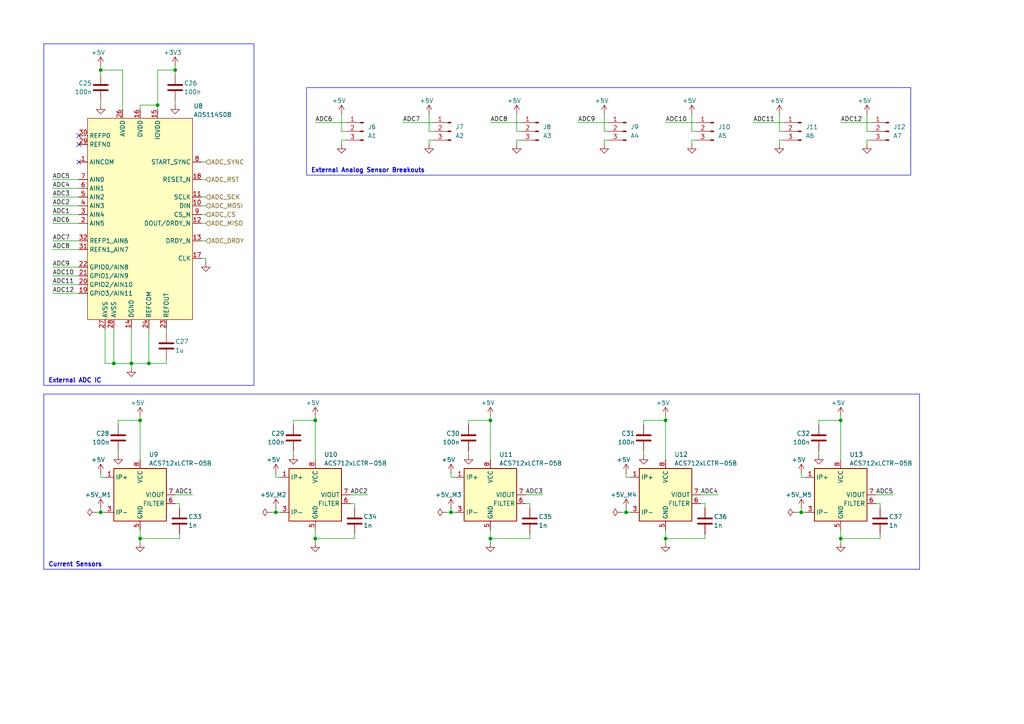
<source format=kicad_sch>
(kicad_sch (version 20231120) (generator "eeschema") (generator_version "8.0")
  (paper "A4")
  (title_block (title "Robotic Hand PCB") (rev "0.1.0") (company "Daniel Jeon"))
  (lib_symbols
    (symbol "Connector:Conn_01x03_Pin" (pin_names (offset 1.016) hide)
      (property "Reference" "J" (at 0 5.08 0))
      (property "Value" "Conn_01x03_Pin" (at 0 -5.08 0))
      (symbol "Conn_01x03_Pin_1_1"
        (polyline (pts (xy 1.27 -2.54) (xy 0.8636 -2.54)) (stroke (width 0.1524)))
        (polyline (pts (xy 1.27 0) (xy 0.8636 0)) (stroke (width 0.1524)))
        (polyline (pts (xy 1.27 2.54) (xy 0.8636 2.54)) (stroke (width 0.1524)))
        (rectangle (start 0.8636 -2.413) (end 0 -2.667) (stroke (width 0.1524)) (fill (type outline)))
        (rectangle (start 0.8636 0.127) (end 0 -0.127) (stroke (width 0.1524)) (fill (type outline)))
        (rectangle (start 0.8636 2.667) (end 0 2.413) (stroke (width 0.1524)) (fill (type outline)))
        (pin passive line (at 5.08 2.54 180) (length 3.81) (name "Pin_1") (number "1"))
        (pin passive line (at 5.08 0 180) (length 3.81) (name "Pin_2") (number "2"))
        (pin passive line (at 5.08 -2.54 180) (length 3.81) (name "Pin_3") (number "3"))
      )
    )
    (symbol "Device:C" (pin_numbers hide) (pin_names (offset 0.254))
      (property "Reference" "C" (at 0.635 2.54 0))
      (property "Value" "C" (at 0.635 -2.54 0))
      (symbol "C_0_1"
        (polyline (pts (xy -2.032 -0.762) (xy 2.032 -0.762)) (stroke (width 0.508)))
        (polyline (pts (xy -2.032 0.762) (xy 2.032 0.762)) (stroke (width 0.508)))
      )
      (symbol "C_1_1"
        (pin passive line (at 0 3.81 270) (length 2.794) (name "~") (number "1"))
        (pin passive line (at 0 -3.81 90) (length 2.794) (name "~") (number "2"))
      )
    )
    (symbol "Sensor_Current:ACS712xLCTR-05B"
      (property "Reference" "U" (at 2.54 11.43 0))
      (property "Value" "ACS712xLCTR-05B" (at 2.54 8.89 0))
      (symbol "ACS712xLCTR-05B_0_1"
        (rectangle (start -7.62 7.62) (end 7.62 -7.62) (stroke (width 0.254)) (fill (type background)))
      )
      (symbol "ACS712xLCTR-05B_1_1"
        (pin passive line (at -10.16 5.08 0) (length 2.54) (name "IP+") (number "1"))
        (pin passive line (at -10.16 5.08 0) (length 2.54) hide (name "IP+") (number "2"))
        (pin passive line (at -10.16 -5.08 0) (length 2.54) (name "IP-") (number "3"))
        (pin passive line (at -10.16 -5.08 0) (length 2.54) hide (name "IP-") (number "4"))
        (pin power_in line (at 0 -10.16 90) (length 2.54) (name "GND") (number "5"))
        (pin passive line (at 10.16 -2.54 180) (length 2.54) (name "FILTER") (number "6"))
        (pin output line (at 10.16 0 180) (length 2.54) (name "VIOUT") (number "7"))
        (pin power_in line (at 0 10.16 270) (length 2.54) (name "VCC") (number "8"))
      )
    )
    (symbol "adc:ads114s08"
      (property "Reference" "U" (at 10.16 33.02 0))
      (property "Value" "ADS114S08" (at 10.16 30.48 0))
      (symbol "ads114s08_0_1"
        (pin input line (at -17.78 16.51 0) (length 2.54) (name "AINCOM") (number "1"))
        (pin input line (at 17.78 3.81 180) (length 2.54) (name "DIN") (number "10"))
        (pin input line (at 17.78 6.35 180) (length 2.54) (name "SCLK") (number "11"))
        (pin output line (at 17.78 -6.35 180) (length 2.54) (name "DRDY_N") (number "13"))
        (pin power_in line (at -2.54 -31.75 90) (length 2.54) (name "DGND") (number "14"))
        (pin power_in line (at 5.08 31.75 270) (length 2.54) (name "IOVDD") (number "15"))
        (pin power_in line (at 0 31.75 270) (length 2.54) (name "DVDD") (number "16"))
        (pin input line (at 17.78 -11.43 180) (length 2.54) (name "CLK") (number "17"))
        (pin input line (at 17.78 11.43 180) (length 2.54) (name "RESET_N") (number "18"))
        (pin input line (at -17.78 -1.27 0) (length 2.54) (name "AIN5") (number "2"))
        (pin power_in line (at 2.54 -31.75 90) (length 2.54) (name "REFCOM") (number "24"))
        (pin power_in line (at -5.08 31.75 270) (length 2.54) (name "AVDD") (number "26"))
        (pin power_in line (at -10.16 -31.75 90) (length 2.54) (name "AVSS") (number "27"))
        (pin power_in line (at -7.62 -31.75 90) (length 2.54) (name "AVSS") (number "28"))
        (pin input line (at -17.78 21.59 0) (length 2.54) (name "REFN0") (number "29"))
        (pin input line (at -17.78 1.27 0) (length 2.54) (name "AIN4") (number "3"))
        (pin input line (at -17.78 24.13 0) (length 2.54) (name "REFP0") (number "30"))
        (pin input line (at -17.78 -8.89 0) (length 2.54) (name "REFN1_AIN7") (number "31"))
        (pin input line (at -17.78 -6.35 0) (length 2.54) (name "REFP1_AIN6") (number "32"))
        (pin input line (at -17.78 3.81 0) (length 2.54) (name "AIN3") (number "4"))
        (pin input line (at -17.78 6.35 0) (length 2.54) (name "AIN2") (number "5"))
        (pin input line (at -17.78 8.89 0) (length 2.54) (name "AIN1") (number "6"))
        (pin input line (at -17.78 11.43 0) (length 2.54) (name "AIN0") (number "7"))
        (pin input line (at 17.78 16.51 180) (length 2.54) (name "START_SYNC") (number "8"))
        (pin input line (at 17.78 1.27 180) (length 2.54) (name "CS_N") (number "9"))
      )
      (symbol "ads114s08_1_1"
        (rectangle (start -15.24 29.21) (end 15.24 -29.21) (fill (type background)))
        (pin output line (at 17.78 -1.27 180) (length 2.54) (name "DOUT/DRDY_N") (number "12"))
        (pin bidirectional line (at -17.78 -21.59 0) (length 2.54) (name "GPIO3/AIN11") (number "19"))
        (pin bidirectional line (at -17.78 -19.05 0) (length 2.54) (name "GPIO2/AIN10") (number "20"))
        (pin bidirectional line (at -17.78 -16.51 0) (length 2.54) (name "GPIO1/AIN9") (number "21"))
        (pin bidirectional line (at -17.78 -13.97 0) (length 2.54) (name "GPIO0/AIN8") (number "22"))
        (pin passive line (at 7.62 -31.75 90) (length 2.54) (name "REFOUT") (number "23"))
        (pin no_connect line (at 10.16 -31.75 90) (length 2.54) hide (name "NC") (number "25"))
      )
    )
    (symbol "power:+3V3" (power) (pin_numbers hide) (pin_names (offset 0) hide)
      (property "Value" "+3V3" (at 0 3.556 0))
      (symbol "+3V3_0_1"
        (polyline (pts (xy -0.762 1.27) (xy 0 2.54)))
        (polyline (pts (xy 0 0) (xy 0 2.54)))
        (polyline (pts (xy 0 2.54) (xy 0.762 1.27)))
      )
      (symbol "+3V3_1_1"
        (pin power_in line (at 0 0 90) (length 0) (name "~") (number "1"))
      )
    )
    (symbol "power:GND" (power) (pin_numbers hide) (pin_names (offset 0) hide)
      (property "Value" "GND" (at 0 -3.81 0))
      (symbol "GND_0_1"
        (polyline (pts (xy 0 0) (xy 0 -1.27) (xy 1.27 -1.27) (xy 0 -2.54) (xy -1.27 -1.27) (xy 0 -1.27)))
      )
      (symbol "GND_1_1"
        (pin power_in line (at 0 0 270) (length 0) (name "~") (number "1"))
      )
    )
    (symbol "power:PWR_FLAG" (power) (pin_numbers hide) (pin_names (offset 0) hide)
      (property "Value" "PWR_FLAG" (at 0 3.81 0))
      (symbol "PWR_FLAG_0_0"
        (pin power_out line (at 0 0 90) (length 0) (name "~") (number "1"))
      )
      (symbol "PWR_FLAG_0_1"
        (polyline (pts (xy 0 0) (xy 0 1.27) (xy -1.016 1.905) (xy 0 2.54) (xy 1.016 1.905) (xy 0 1.27)))
      )
    )
  )
  (junction (at 193.04 156.21))
  (junction (at 130.81 148.59))
  (junction (at 38.1 105.41))
  (junction (at 29.21 148.59))
  (junction (at 243.84 121.92))
  (junction (at 29.21 20.32))
  (junction (at 193.04 121.92))
  (junction (at 40.64 156.21))
  (junction (at 232.41 148.59))
  (junction (at 243.84 156.21))
  (junction (at 43.18 105.41))
  (junction (at 91.44 156.21))
  (junction (at 33.02 105.41))
  (junction (at 142.24 156.21))
  (junction (at 45.72 30.48))
  (junction (at 50.8 20.32))
  (junction (at 142.24 121.92))
  (junction (at 40.64 121.92))
  (junction (at 181.61 148.59))
  (junction (at 91.44 121.92))
  (junction (at 80.01 148.59))
  (no_connect (at 22.86 39.37))
  (no_connect (at 22.86 41.91))
  (no_connect (at 22.86 46.99))
  (wire (pts (xy 29.21 30.48) (xy 29.21 29.21)))
  (wire (pts (xy 157.48 143.51) (xy 152.4 143.51)))
  (wire (pts (xy 50.8 20.32) (xy 45.72 20.32)))
  (wire (pts (xy 30.48 95.25) (xy 30.48 105.41)))
  (wire (pts (xy 124.46 41.91) (xy 124.46 40.64)))
  (wire (pts (xy 91.44 157.48) (xy 91.44 156.21)))
  (wire (pts (xy 40.64 156.21) (xy 52.07 156.21)))
  (wire (pts (xy 232.41 138.43) (xy 233.68 138.43)))
  (wire (pts (xy 81.28 148.59) (xy 80.01 148.59)))
  (wire (pts (xy 218.44 35.56) (xy 227.33 35.56)))
  (wire (pts (xy 33.02 95.25) (xy 33.02 105.41)))
  (wire (pts (xy 15.24 72.39) (xy 22.86 72.39)))
  (wire (pts (xy 193.04 35.56) (xy 201.93 35.56)))
  (wire (pts (xy 45.72 30.48) (xy 45.72 31.75)))
  (wire (pts (xy 142.24 156.21) (xy 142.24 153.67)))
  (wire (pts (xy 142.24 121.92) (xy 142.24 133.35)))
  (wire (pts (xy 29.21 137.16) (xy 29.21 138.43)))
  (wire (pts (xy 34.29 132.08) (xy 34.29 130.81)))
  (wire (pts (xy 181.61 137.16) (xy 181.61 138.43)))
  (wire (pts (xy 142.24 35.56) (xy 151.13 35.56)))
  (wire (pts (xy 124.46 40.64) (xy 125.73 40.64)))
  (wire (pts (xy 59.69 62.23) (xy 58.42 62.23)))
  (wire (pts (xy 124.46 33.02) (xy 124.46 38.1)))
  (wire (pts (xy 35.56 20.32) (xy 35.56 31.75)))
  (wire (pts (xy 186.69 123.19) (xy 186.69 121.92)))
  (wire (pts (xy 226.06 38.1) (xy 227.33 38.1)))
  (wire (pts (xy 208.28 143.51) (xy 203.2 143.51)))
  (wire (pts (xy 59.69 46.99) (xy 58.42 46.99)))
  (wire (pts (xy 243.84 120.65) (xy 243.84 121.92)))
  (wire (pts (xy 181.61 148.59) (xy 181.61 147.32)))
  (wire (pts (xy 91.44 35.56) (xy 100.33 35.56)))
  (wire (pts (xy 149.86 33.02) (xy 149.86 38.1)))
  (wire (pts (xy 186.69 121.92) (xy 193.04 121.92)))
  (wire (pts (xy 29.21 148.59) (xy 30.48 148.59)))
  (wire (pts (xy 243.84 157.48) (xy 243.84 156.21)))
  (wire (pts (xy 15.24 85.09) (xy 22.86 85.09)))
  (wire (pts (xy 149.86 38.1) (xy 151.13 38.1)))
  (wire (pts (xy 149.86 41.91) (xy 149.86 40.64)))
  (wire (pts (xy 204.47 146.05) (xy 204.47 147.32)))
  (wire (pts (xy 29.21 148.59) (xy 29.21 147.32)))
  (wire (pts (xy 243.84 156.21) (xy 255.27 156.21)))
  (wire (pts (xy 175.26 40.64) (xy 176.53 40.64)))
  (wire (pts (xy 231.14 148.59) (xy 232.41 148.59)))
  (wire (pts (xy 48.26 95.25) (xy 48.26 96.52)))
  (wire (pts (xy 15.24 62.23) (xy 22.86 62.23)))
  (wire (pts (xy 99.06 41.91) (xy 99.06 40.64)))
  (wire (pts (xy 33.02 105.41) (xy 38.1 105.41)))
  (wire (pts (xy 43.18 105.41) (xy 48.26 105.41)))
  (wire (pts (xy 152.4 146.05) (xy 153.67 146.05)))
  (wire (pts (xy 232.41 148.59) (xy 232.41 147.32)))
  (wire (pts (xy 91.44 121.92) (xy 91.44 133.35)))
  (wire (pts (xy 232.41 137.16) (xy 232.41 138.43)))
  (wire (pts (xy 50.8 19.05) (xy 50.8 20.32)))
  (wire (pts (xy 193.04 121.92) (xy 193.04 133.35)))
  (wire (pts (xy 99.06 40.64) (xy 100.33 40.64)))
  (wire (pts (xy 59.69 52.07) (xy 58.42 52.07)))
  (wire (pts (xy 15.24 69.85) (xy 22.86 69.85)))
  (wire (pts (xy 29.21 138.43) (xy 30.48 138.43)))
  (wire (pts (xy 50.8 20.32) (xy 50.8 21.59)))
  (wire (pts (xy 40.64 120.65) (xy 40.64 121.92)))
  (wire (pts (xy 40.64 157.48) (xy 40.64 156.21)))
  (wire (pts (xy 59.69 69.85) (xy 58.42 69.85)))
  (wire (pts (xy 181.61 138.43) (xy 182.88 138.43)))
  (wire (pts (xy 38.1 105.41) (xy 38.1 106.68)))
  (wire (pts (xy 59.69 64.77) (xy 58.42 64.77)))
  (wire (pts (xy 15.24 59.69) (xy 22.86 59.69)))
  (wire (pts (xy 200.66 33.02) (xy 200.66 38.1)))
  (wire (pts (xy 259.08 143.51) (xy 254 143.51)))
  (wire (pts (xy 40.64 30.48) (xy 45.72 30.48)))
  (wire (pts (xy 129.54 148.59) (xy 130.81 148.59)))
  (wire (pts (xy 130.81 148.59) (xy 130.81 147.32)))
  (wire (pts (xy 34.29 121.92) (xy 40.64 121.92)))
  (wire (pts (xy 135.89 121.92) (xy 142.24 121.92)))
  (wire (pts (xy 15.24 82.55) (xy 22.86 82.55)))
  (wire (pts (xy 101.6 146.05) (xy 102.87 146.05)))
  (wire (pts (xy 50.8 146.05) (xy 52.07 146.05)))
  (wire (pts (xy 204.47 154.94) (xy 204.47 156.21)))
  (wire (pts (xy 40.64 30.48) (xy 40.64 31.75)))
  (wire (pts (xy 50.8 30.48) (xy 50.8 29.21)))
  (wire (pts (xy 175.26 41.91) (xy 175.26 40.64)))
  (wire (pts (xy 237.49 132.08) (xy 237.49 130.81)))
  (wire (pts (xy 91.44 156.21) (xy 102.87 156.21)))
  (wire (pts (xy 80.01 138.43) (xy 81.28 138.43)))
  (wire (pts (xy 78.74 148.59) (xy 80.01 148.59)))
  (wire (pts (xy 142.24 157.48) (xy 142.24 156.21)))
  (wire (pts (xy 45.72 20.32) (xy 45.72 30.48)))
  (wire (pts (xy 251.46 33.02) (xy 251.46 38.1)))
  (wire (pts (xy 35.56 20.32) (xy 29.21 20.32)))
  (wire (pts (xy 59.69 74.93) (xy 59.69 76.2)))
  (wire (pts (xy 52.07 154.94) (xy 52.07 156.21)))
  (wire (pts (xy 80.01 148.59) (xy 80.01 147.32)))
  (wire (pts (xy 130.81 138.43) (xy 132.08 138.43)))
  (wire (pts (xy 142.24 156.21) (xy 153.67 156.21)))
  (wire (pts (xy 55.88 143.51) (xy 50.8 143.51)))
  (wire (pts (xy 254 146.05) (xy 255.27 146.05)))
  (wire (pts (xy 91.44 156.21) (xy 91.44 153.67)))
  (wire (pts (xy 29.21 19.05) (xy 29.21 20.32)))
  (wire (pts (xy 15.24 77.47) (xy 22.86 77.47)))
  (wire (pts (xy 102.87 146.05) (xy 102.87 147.32)))
  (wire (pts (xy 226.06 33.02) (xy 226.06 38.1)))
  (wire (pts (xy 124.46 38.1) (xy 125.73 38.1)))
  (wire (pts (xy 251.46 41.91) (xy 251.46 40.64)))
  (wire (pts (xy 193.04 120.65) (xy 193.04 121.92)))
  (wire (pts (xy 142.24 120.65) (xy 142.24 121.92)))
  (wire (pts (xy 40.64 121.92) (xy 40.64 133.35)))
  (wire (pts (xy 106.68 143.51) (xy 101.6 143.51)))
  (wire (pts (xy 34.29 123.19) (xy 34.29 121.92)))
  (wire (pts (xy 153.67 146.05) (xy 153.67 147.32)))
  (wire (pts (xy 167.64 35.56) (xy 176.53 35.56)))
  (wire (pts (xy 40.64 156.21) (xy 40.64 153.67)))
  (wire (pts (xy 243.84 121.92) (xy 243.84 133.35)))
  (wire (pts (xy 255.27 154.94) (xy 255.27 156.21)))
  (wire (pts (xy 251.46 40.64) (xy 252.73 40.64)))
  (wire (pts (xy 193.04 156.21) (xy 193.04 153.67)))
  (wire (pts (xy 43.18 95.25) (xy 43.18 105.41)))
  (wire (pts (xy 180.34 148.59) (xy 181.61 148.59)))
  (wire (pts (xy 132.08 148.59) (xy 130.81 148.59)))
  (wire (pts (xy 203.2 146.05) (xy 204.47 146.05)))
  (wire (pts (xy 48.26 105.41) (xy 48.26 104.14)))
  (wire (pts (xy 232.41 148.59) (xy 233.68 148.59)))
  (wire (pts (xy 30.48 105.41) (xy 33.02 105.41)))
  (wire (pts (xy 243.84 156.21) (xy 243.84 153.67)))
  (wire (pts (xy 226.06 40.64) (xy 227.33 40.64)))
  (wire (pts (xy 135.89 123.19) (xy 135.89 121.92)))
  (wire (pts (xy 193.04 156.21) (xy 204.47 156.21)))
  (wire (pts (xy 59.69 59.69) (xy 58.42 59.69)))
  (wire (pts (xy 251.46 38.1) (xy 252.73 38.1)))
  (wire (pts (xy 27.94 148.59) (xy 29.21 148.59)))
  (wire (pts (xy 226.06 41.91) (xy 226.06 40.64)))
  (wire (pts (xy 116.84 35.56) (xy 125.73 35.56)))
  (wire (pts (xy 255.27 146.05) (xy 255.27 147.32)))
  (wire (pts (xy 15.24 64.77) (xy 22.86 64.77)))
  (wire (pts (xy 243.84 35.56) (xy 252.73 35.56)))
  (wire (pts (xy 135.89 132.08) (xy 135.89 130.81)))
  (wire (pts (xy 200.66 38.1) (xy 201.93 38.1)))
  (wire (pts (xy 59.69 74.93) (xy 58.42 74.93)))
  (wire (pts (xy 15.24 54.61) (xy 22.86 54.61)))
  (wire (pts (xy 80.01 137.16) (xy 80.01 138.43)))
  (wire (pts (xy 38.1 105.41) (xy 43.18 105.41)))
  (wire (pts (xy 59.69 57.15) (xy 58.42 57.15)))
  (wire (pts (xy 38.1 95.25) (xy 38.1 105.41)))
  (wire (pts (xy 99.06 33.02) (xy 99.06 38.1)))
  (wire (pts (xy 181.61 148.59) (xy 182.88 148.59)))
  (wire (pts (xy 85.09 121.92) (xy 91.44 121.92)))
  (wire (pts (xy 52.07 146.05) (xy 52.07 147.32)))
  (wire (pts (xy 29.21 20.32) (xy 29.21 21.59)))
  (wire (pts (xy 237.49 123.19) (xy 237.49 121.92)))
  (wire (pts (xy 85.09 132.08) (xy 85.09 130.81)))
  (wire (pts (xy 102.87 154.94) (xy 102.87 156.21)))
  (wire (pts (xy 200.66 41.91) (xy 200.66 40.64)))
  (wire (pts (xy 175.26 38.1) (xy 176.53 38.1)))
  (wire (pts (xy 200.66 40.64) (xy 201.93 40.64)))
  (wire (pts (xy 186.69 132.08) (xy 186.69 130.81)))
  (wire (pts (xy 175.26 33.02) (xy 175.26 38.1)))
  (wire (pts (xy 149.86 40.64) (xy 151.13 40.64)))
  (wire (pts (xy 15.24 80.01) (xy 22.86 80.01)))
  (wire (pts (xy 237.49 121.92) (xy 243.84 121.92)))
  (wire (pts (xy 99.06 38.1) (xy 100.33 38.1)))
  (wire (pts (xy 130.81 137.16) (xy 130.81 138.43)))
  (wire (pts (xy 15.24 52.07) (xy 22.86 52.07)))
  (wire (pts (xy 85.09 123.19) (xy 85.09 121.92)))
  (wire (pts (xy 193.04 157.48) (xy 193.04 156.21)))
  (wire (pts (xy 15.24 57.15) (xy 22.86 57.15)))
  (wire (pts (xy 153.67 154.94) (xy 153.67 156.21)))
  (wire (pts (xy 91.44 120.65) (xy 91.44 121.92)))
  (rectangle (start 12.7 12.7) (end 73.66 111.76))
  (rectangle (start 12.7 114.3) (end 266.7 165.1))
  (rectangle (start 88.9 25.4) (end 264.16 50.8))
  (text "External Analog Sensor Breakouts" (at 90.17 48.768 0) (effects (font (size 1.27 1.27) (bold yes)) (justify left top)))
  (text "Current Sensors" (at 13.97 163.068 0) (effects (font (size 1.27 1.27) (bold yes)) (justify left top)))
  (text "External ADC IC" (at 13.97 109.728 0) (effects (font (size 1.27 1.27) (bold yes)) (justify left top)))
  (label "ADC6" (at 91.44 35.56 0))
  (label "ADC2" (at 15.24 59.69 0))
  (label "ADC1" (at 15.24 62.23 0))
  (label "ADC8" (at 15.24 72.39 0))
  (label "ADC5" (at 15.24 52.07 0))
  (label "ADC7" (at 15.24 69.85 0))
  (label "ADC9" (at 167.64 35.56 0))
  (label "ADC4" (at 15.24 54.61 0))
  (label "ADC8" (at 142.24 35.56 0))
  (label "ADC11" (at 218.44 35.56 0))
  (label "ADC12" (at 15.24 85.09 0))
  (label "ADC1" (at 55.88 143.51 180))
  (label "ADC3" (at 15.24 57.15 0))
  (label "ADC10" (at 193.04 35.56 0))
  (label "ADC4" (at 208.28 143.51 180))
  (label "ADC10" (at 15.24 80.01 0))
  (label "ADC11" (at 15.24 82.55 0))
  (label "ADC9" (at 15.24 77.47 0))
  (label "ADC7" (at 116.84 35.56 0))
  (label "ADC5" (at 259.08 143.51 180))
  (label "ADC3" (at 157.48 143.51 180))
  (label "ADC12" (at 243.84 35.56 0))
  (label "ADC2" (at 106.68 143.51 180))
  (label "ADC6" (at 15.24 64.77 0))
  (hierarchical_label "ADC_DRDY" (shape input) (at 59.69 69.85 0))
  (hierarchical_label "ADC_CS" (shape input) (at 59.69 62.23 0))
  (hierarchical_label "ADC_MISO" (shape input) (at 59.69 64.77 0))
  (hierarchical_label "ADC_SCK" (shape input) (at 59.69 57.15 0))
  (hierarchical_label "ADC_MOSI" (shape input) (at 59.69 59.69 0))
  (hierarchical_label "ADC_RST" (shape input) (at 59.69 52.07 0))
  (hierarchical_label "ADC_SYNC" (shape input) (at 59.69 46.99 0))
  (symbol (lib_id "power:+3V3") (at 29.21 137.16 0) (unit 1)
    (property "Reference" "#PWR082" (effects (hide yes)))
    (property "Value" "+5V" (at 28.448 133.35 0))
    (property "Description" "Power symbol creates a global label with name \"+3V3\"" (effects (hide yes)))
  )
  (symbol (lib_id "power:GND") (at 59.69 76.2 0) (unit 1)
    (property "Reference" "#PWR070" (effects (hide yes)))
    (property "Value" "GND" (effects (hide yes)))
    (property "Description" "Power symbol creates a global label with name \"GND\" , ground" (effects (hide yes)))
  )
  (symbol (lib_id "power:+3V3") (at 193.04 120.65 0) (unit 1)
    (property "Reference" "#PWR075" (effects (hide yes)))
    (property "Value" "+5V" (at 192.278 116.84 0))
    (property "Description" "Power symbol creates a global label with name \"+3V3\"" (effects (hide yes)))
  )
  (symbol (lib_id "power:+3V3") (at 80.01 147.32 0) (unit 1)
    (property "Reference" "#PWR088" (effects (hide yes)))
    (property "Value" "+5V_M2" (at 79.248 143.51 0))
    (property "Description" "Power symbol creates a global label with name \"+3V3\"" (effects (hide yes)))
  )
  (symbol (lib_id "power:+3V3") (at 142.24 120.65 0) (unit 1)
    (property "Reference" "#PWR074" (effects (hide yes)))
    (property "Value" "+5V" (at 141.478 116.84 0))
    (property "Description" "Power symbol creates a global label with name \"+3V3\"" (effects (hide yes)))
  )
  (symbol (lib_id "power:PWR_FLAG") (at 129.54 148.59 90) (unit 1)
    (property "Reference" "#FLG06" (effects (hide yes)))
    (property "Value" "PWR_FLAG" (effects (hide yes)))
    (property "Description" "Special symbol for telling ERC where power comes from" (effects (hide yes)))
  )
  (symbol (lib_id "power:GND") (at 85.09 132.08 0) (unit 1)
    (property "Reference" "#PWR078" (effects (hide yes)))
    (property "Value" "GND" (effects (hide yes)))
    (property "Description" "Power symbol creates a global label with name \"GND\" , ground" (effects (hide yes)))
  )
  (symbol (lib_id "Device:C") (at 102.87 151.13 0) (unit 1)
    (property "Reference" "C34" (at 105.41 149.86 0) (effects (justify left)))
    (property "Value" "1n" (at 105.41 152.4 0) (effects (justify left)))
    (property "Footprint" "Capacitor_SMD:C_0603_1608Metric" (effects (hide yes)))
    (property "Description" "Unpolarized capacitor" (effects (hide yes)))
  )
  (symbol (lib_id "Device:C") (at 50.8 25.4 180) (unit 1)
    (property "Reference" "C26" (at 53.34 24.13 0) (effects (justify right)))
    (property "Value" "100n" (at 53.34 26.67 0) (effects (justify right)))
    (property "Footprint" "Capacitor_SMD:C_0603_1608Metric" (effects (hide yes)))
    (property "Description" "Unpolarized capacitor" (effects (hide yes)))
  )
  (symbol (lib_id "power:+3V3") (at 243.84 120.65 0) (unit 1)
    (property "Reference" "#PWR076" (effects (hide yes)))
    (property "Value" "+5V" (at 243.078 116.84 0))
    (property "Description" "Power symbol creates a global label with name \"+3V3\"" (effects (hide yes)))
  )
  (symbol (lib_id "power:GND") (at 243.84 157.48 0) (unit 1)
    (property "Reference" "#PWR096" (effects (hide yes)))
    (property "Value" "GND" (effects (hide yes)))
    (property "Description" "Power symbol creates a global label with name \"GND\" , ground" (effects (hide yes)))
  )
  (symbol (lib_id "power:+3V3") (at 226.06 33.02 0) (unit 1)
    (property "Reference" "#PWR061" (effects (hide yes)))
    (property "Value" "+5V" (at 225.298 29.21 0))
    (property "Description" "Power symbol creates a global label with name \"+3V3\"" (effects (hide yes)))
  )
  (symbol (lib_id "Connector:Conn_01x03_Pin") (at 257.81 38.1 0) (mirror y) (unit 1)
    (property "Reference" "J12" (at 259.08 36.8299 0) (effects (justify right)))
    (property "Value" "A7" (at 259.08 39.3699 0) (effects (justify right)))
    (property "Footprint" "Connector_PinHeader_2.54mm:PinHeader_1x03_P2.54mm_Vertical" (effects (hide yes)))
    (property "Description" "Generic connector, single row, 01x03, script generated" (effects (hide yes)))
  )
  (symbol (lib_id "power:+3V3") (at 29.21 147.32 0) (unit 1)
    (property "Reference" "#PWR087" (effects (hide yes)))
    (property "Value" "+5V_M1" (at 28.448 143.51 0))
    (property "Description" "Power symbol creates a global label with name \"+3V3\"" (effects (hide yes)))
  )
  (symbol (lib_id "power:+3V3") (at 181.61 147.32 0) (unit 1)
    (property "Reference" "#PWR090" (effects (hide yes)))
    (property "Value" "+5V_M4" (at 180.848 143.51 0))
    (property "Description" "Power symbol creates a global label with name \"+3V3\"" (effects (hide yes)))
  )
  (symbol (lib_id "Device:C") (at 204.47 151.13 0) (unit 1)
    (property "Reference" "C36" (at 207.01 149.86 0) (effects (justify left)))
    (property "Value" "1n" (at 207.01 152.4 0) (effects (justify left)))
    (property "Footprint" "Capacitor_SMD:C_0603_1608Metric" (effects (hide yes)))
    (property "Description" "Unpolarized capacitor" (effects (hide yes)))
  )
  (symbol (lib_id "power:GND") (at 34.29 132.08 0) (unit 1)
    (property "Reference" "#PWR077" (effects (hide yes)))
    (property "Value" "GND" (effects (hide yes)))
    (property "Description" "Power symbol creates a global label with name \"GND\" , ground" (effects (hide yes)))
  )
  (symbol (lib_id "power:PWR_FLAG") (at 27.94 148.59 90) (unit 1)
    (property "Reference" "#FLG04" (effects (hide yes)))
    (property "Value" "PWR_FLAG" (effects (hide yes)))
    (property "Description" "Special symbol for telling ERC where power comes from" (effects (hide yes)))
  )
  (symbol (lib_id "power:GND") (at 251.46 41.91 0) (unit 1)
    (property "Reference" "#PWR069" (effects (hide yes)))
    (property "Value" "GND" (effects (hide yes)))
    (property "Description" "Power symbol creates a global label with name \"GND\" , ground" (effects (hide yes)))
  )
  (symbol (lib_id "power:+3V3") (at 175.26 33.02 0) (unit 1)
    (property "Reference" "#PWR059" (effects (hide yes)))
    (property "Value" "+5V" (at 174.498 29.21 0))
    (property "Description" "Power symbol creates a global label with name \"+3V3\"" (effects (hide yes)))
  )
  (symbol (lib_id "power:+3V3") (at 50.8 19.05 0) (unit 1)
    (property "Reference" "#PWR053" (effects (hide yes)))
    (property "Value" "+3V3" (at 50.038 15.24 0))
    (property "Description" "Power symbol creates a global label with name \"+3V3\"" (effects (hide yes)))
  )
  (symbol (lib_id "Device:C") (at 237.49 127 0) (mirror x) (unit 1)
    (property "Reference" "C32" (at 234.95 125.73 0) (effects (justify right)))
    (property "Value" "100n" (at 234.95 128.27 0) (effects (justify right)))
    (property "Footprint" "Capacitor_SMD:C_0603_1608Metric" (effects (hide yes)))
    (property "Description" "Unpolarized capacitor" (effects (hide yes)))
  )
  (symbol (lib_id "power:GND") (at 200.66 41.91 0) (unit 1)
    (property "Reference" "#PWR067" (effects (hide yes)))
    (property "Value" "GND" (effects (hide yes)))
    (property "Description" "Power symbol creates a global label with name \"GND\" , ground" (effects (hide yes)))
  )
  (symbol (lib_id "power:+3V3") (at 80.01 137.16 0) (unit 1)
    (property "Reference" "#PWR083" (effects (hide yes)))
    (property "Value" "+5V" (at 79.248 133.35 0))
    (property "Description" "Power symbol creates a global label with name \"+3V3\"" (effects (hide yes)))
  )
  (symbol (lib_id "Connector:Conn_01x03_Pin") (at 105.41 38.1 0) (mirror y) (unit 1)
    (property "Reference" "J6" (at 106.68 36.8299 0) (effects (justify right)))
    (property "Value" "A1" (at 106.68 39.3699 0) (effects (justify right)))
    (property "Footprint" "Connector_PinHeader_2.54mm:PinHeader_1x03_P2.54mm_Vertical" (effects (hide yes)))
    (property "Description" "Generic connector, single row, 01x03, script generated" (effects (hide yes)))
  )
  (symbol (lib_id "Device:C") (at 255.27 151.13 0) (unit 1)
    (property "Reference" "C37" (at 257.81 149.86 0) (effects (justify left)))
    (property "Value" "1n" (at 257.81 152.4 0) (effects (justify left)))
    (property "Footprint" "Capacitor_SMD:C_0603_1608Metric" (effects (hide yes)))
    (property "Description" "Unpolarized capacitor" (effects (hide yes)))
  )
  (symbol (lib_id "power:+3V3") (at 130.81 147.32 0) (unit 1)
    (property "Reference" "#PWR089" (effects (hide yes)))
    (property "Value" "+5V_M3" (at 130.048 143.51 0))
    (property "Description" "Power symbol creates a global label with name \"+3V3\"" (effects (hide yes)))
  )
  (symbol (lib_id "Sensor_Current:ACS712xLCTR-05B") (at 243.84 143.51 0) (unit 1)
    (property "Reference" "U13" (at 246.38 131.826 0) (effects (justify left)))
    (property "Value" "ACS712xLCTR-05B" (at 246.38 134.366 0) (effects (justify left)))
    (property "Footprint" "Package_SO:SOIC-8_3.9x4.9mm_P1.27mm" (effects (hide yes)))
    (property "Datasheet" "http://www.allegromicro.com/~/media/Files/Datasheets/ACS712-Datasheet.ashx?la=en" (effects (hide yes)))
    (property "Description" "±5A Bidirectional Hall-Effect Current Sensor, +5.0V supply, 185mV/A, SOIC-8" (effects (hide yes)))
  )
  (symbol (lib_id "Device:C") (at 153.67 151.13 0) (unit 1)
    (property "Reference" "C35" (at 156.21 149.86 0) (effects (justify left)))
    (property "Value" "1n" (at 156.21 152.4 0) (effects (justify left)))
    (property "Footprint" "Capacitor_SMD:C_0603_1608Metric" (effects (hide yes)))
    (property "Description" "Unpolarized capacitor" (effects (hide yes)))
  )
  (symbol (lib_id "power:+3V3") (at 130.81 137.16 0) (unit 1)
    (property "Reference" "#PWR084" (effects (hide yes)))
    (property "Value" "+5V" (at 130.048 133.35 0))
    (property "Description" "Power symbol creates a global label with name \"+3V3\"" (effects (hide yes)))
  )
  (symbol (lib_id "Device:C") (at 29.21 25.4 0) (mirror x) (unit 1)
    (property "Reference" "C25" (at 26.67 24.13 0) (effects (justify right)))
    (property "Value" "100n" (at 26.67 26.67 0) (effects (justify right)))
    (property "Footprint" "Capacitor_SMD:C_0603_1608Metric" (effects (hide yes)))
    (property "Description" "Unpolarized capacitor" (effects (hide yes)))
  )
  (symbol (lib_id "Sensor_Current:ACS712xLCTR-05B") (at 40.64 143.51 0) (unit 1)
    (property "Reference" "U9" (at 43.18 131.826 0) (effects (justify left)))
    (property "Value" "ACS712xLCTR-05B" (at 43.18 134.366 0) (effects (justify left)))
    (property "Footprint" "Package_SO:SOIC-8_3.9x4.9mm_P1.27mm" (effects (hide yes)))
    (property "Datasheet" "http://www.allegromicro.com/~/media/Files/Datasheets/ACS712-Datasheet.ashx?la=en" (effects (hide yes)))
    (property "Description" "±5A Bidirectional Hall-Effect Current Sensor, +5.0V supply, 185mV/A, SOIC-8" (effects (hide yes)))
  )
  (symbol (lib_id "Connector:Conn_01x03_Pin") (at 156.21 38.1 0) (mirror y) (unit 1)
    (property "Reference" "J8" (at 157.48 36.8299 0) (effects (justify right)))
    (property "Value" "A3" (at 157.48 39.3699 0) (effects (justify right)))
    (property "Footprint" "Connector_PinHeader_2.54mm:PinHeader_1x03_P2.54mm_Vertical" (effects (hide yes)))
    (property "Description" "Generic connector, single row, 01x03, script generated" (effects (hide yes)))
  )
  (symbol (lib_id "power:+3V3") (at 232.41 137.16 0) (unit 1)
    (property "Reference" "#PWR086" (effects (hide yes)))
    (property "Value" "+5V" (at 231.648 133.35 0))
    (property "Description" "Power symbol creates a global label with name \"+3V3\"" (effects (hide yes)))
  )
  (symbol (lib_id "Connector:Conn_01x03_Pin") (at 207.01 38.1 0) (mirror y) (unit 1)
    (property "Reference" "J10" (at 208.28 36.8299 0) (effects (justify right)))
    (property "Value" "A5" (at 208.28 39.3699 0) (effects (justify right)))
    (property "Footprint" "Connector_PinHeader_2.54mm:PinHeader_1x03_P2.54mm_Vertical" (effects (hide yes)))
    (property "Description" "Generic connector, single row, 01x03, script generated" (effects (hide yes)))
  )
  (symbol (lib_id "power:GND") (at 99.06 41.91 0) (unit 1)
    (property "Reference" "#PWR063" (effects (hide yes)))
    (property "Value" "GND" (effects (hide yes)))
    (property "Description" "Power symbol creates a global label with name \"GND\" , ground" (effects (hide yes)))
  )
  (symbol (lib_id "power:PWR_FLAG") (at 78.74 148.59 90) (unit 1)
    (property "Reference" "#FLG05" (effects (hide yes)))
    (property "Value" "PWR_FLAG" (effects (hide yes)))
    (property "Description" "Special symbol for telling ERC where power comes from" (effects (hide yes)))
  )
  (symbol (lib_id "power:+3V3") (at 29.21 19.05 0) (unit 1)
    (property "Reference" "#PWR052" (effects (hide yes)))
    (property "Value" "+5V" (at 28.448 15.24 0))
    (property "Description" "Power symbol creates a global label with name \"+3V3\"" (effects (hide yes)))
  )
  (symbol (lib_id "power:GND") (at 186.69 132.08 0) (unit 1)
    (property "Reference" "#PWR080" (effects (hide yes)))
    (property "Value" "GND" (effects (hide yes)))
    (property "Description" "Power symbol creates a global label with name \"GND\" , ground" (effects (hide yes)))
  )
  (symbol (lib_id "power:+3V3") (at 99.06 33.02 0) (unit 1)
    (property "Reference" "#PWR056" (effects (hide yes)))
    (property "Value" "+5V" (at 98.298 29.21 0))
    (property "Description" "Power symbol creates a global label with name \"+3V3\"" (effects (hide yes)))
  )
  (symbol (lib_id "power:GND") (at 29.21 30.48 0) (unit 1)
    (property "Reference" "#PWR054" (effects (hide yes)))
    (property "Value" "GND" (effects (hide yes)))
    (property "Description" "Power symbol creates a global label with name \"GND\" , ground" (effects (hide yes)))
  )
  (symbol (lib_id "Sensor_Current:ACS712xLCTR-05B") (at 142.24 143.51 0) (unit 1)
    (property "Reference" "U11" (at 144.78 131.826 0) (effects (justify left)))
    (property "Value" "ACS712xLCTR-05B" (at 144.78 134.366 0) (effects (justify left)))
    (property "Footprint" "Package_SO:SOIC-8_3.9x4.9mm_P1.27mm" (effects (hide yes)))
    (property "Datasheet" "http://www.allegromicro.com/~/media/Files/Datasheets/ACS712-Datasheet.ashx?la=en" (effects (hide yes)))
    (property "Description" "±5A Bidirectional Hall-Effect Current Sensor, +5.0V supply, 185mV/A, SOIC-8" (effects (hide yes)))
  )
  (symbol (lib_id "power:+3V3") (at 149.86 33.02 0) (unit 1)
    (property "Reference" "#PWR058" (effects (hide yes)))
    (property "Value" "+5V" (at 149.098 29.21 0))
    (property "Description" "Power symbol creates a global label with name \"+3V3\"" (effects (hide yes)))
  )
  (symbol (lib_id "power:+3V3") (at 91.44 120.65 0) (unit 1)
    (property "Reference" "#PWR073" (effects (hide yes)))
    (property "Value" "+5V" (at 90.678 116.84 0))
    (property "Description" "Power symbol creates a global label with name \"+3V3\"" (effects (hide yes)))
  )
  (symbol (lib_id "power:GND") (at 40.64 157.48 0) (unit 1)
    (property "Reference" "#PWR092" (effects (hide yes)))
    (property "Value" "GND" (effects (hide yes)))
    (property "Description" "Power symbol creates a global label with name \"GND\" , ground" (effects (hide yes)))
  )
  (symbol (lib_id "power:+3V3") (at 124.46 33.02 0) (unit 1)
    (property "Reference" "#PWR057" (effects (hide yes)))
    (property "Value" "+5V" (at 123.698 29.21 0))
    (property "Description" "Power symbol creates a global label with name \"+3V3\"" (effects (hide yes)))
  )
  (symbol (lib_id "power:+3V3") (at 232.41 147.32 0) (unit 1)
    (property "Reference" "#PWR091" (effects (hide yes)))
    (property "Value" "+5V_M5" (at 231.648 143.51 0))
    (property "Description" "Power symbol creates a global label with name \"+3V3\"" (effects (hide yes)))
  )
  (symbol (lib_id "Device:C") (at 186.69 127 0) (mirror x) (unit 1)
    (property "Reference" "C31" (at 184.15 125.73 0) (effects (justify right)))
    (property "Value" "100n" (at 184.15 128.27 0) (effects (justify right)))
    (property "Footprint" "Capacitor_SMD:C_0603_1608Metric" (effects (hide yes)))
    (property "Description" "Unpolarized capacitor" (effects (hide yes)))
  )
  (symbol (lib_id "power:GND") (at 38.1 106.68 0) (unit 1)
    (property "Reference" "#PWR071" (effects (hide yes)))
    (property "Value" "GND" (effects (hide yes)))
    (property "Description" "Power symbol creates a global label with name \"GND\" , ground" (effects (hide yes)))
  )
  (symbol (lib_id "power:GND") (at 91.44 157.48 0) (unit 1)
    (property "Reference" "#PWR093" (effects (hide yes)))
    (property "Value" "GND" (effects (hide yes)))
    (property "Description" "Power symbol creates a global label with name \"GND\" , ground" (effects (hide yes)))
  )
  (symbol (lib_id "power:+3V3") (at 251.46 33.02 0) (unit 1)
    (property "Reference" "#PWR062" (effects (hide yes)))
    (property "Value" "+5V" (at 250.698 29.21 0))
    (property "Description" "Power symbol creates a global label with name \"+3V3\"" (effects (hide yes)))
  )
  (symbol (lib_id "Sensor_Current:ACS712xLCTR-05B") (at 91.44 143.51 0) (unit 1)
    (property "Reference" "U10" (at 93.98 131.826 0) (effects (justify left)))
    (property "Value" "ACS712xLCTR-05B" (at 93.98 134.366 0) (effects (justify left)))
    (property "Footprint" "Package_SO:SOIC-8_3.9x4.9mm_P1.27mm" (effects (hide yes)))
    (property "Datasheet" "http://www.allegromicro.com/~/media/Files/Datasheets/ACS712-Datasheet.ashx?la=en" (effects (hide yes)))
    (property "Description" "±5A Bidirectional Hall-Effect Current Sensor, +5.0V supply, 185mV/A, SOIC-8" (effects (hide yes)))
  )
  (symbol (lib_id "power:GND") (at 50.8 30.48 0) (unit 1)
    (property "Reference" "#PWR055" (effects (hide yes)))
    (property "Value" "GND" (effects (hide yes)))
    (property "Description" "Power symbol creates a global label with name \"GND\" , ground" (effects (hide yes)))
  )
  (symbol (lib_id "Device:C") (at 135.89 127 0) (mirror x) (unit 1)
    (property "Reference" "C30" (at 133.35 125.73 0) (effects (justify right)))
    (property "Value" "100n" (at 133.35 128.27 0) (effects (justify right)))
    (property "Footprint" "Capacitor_SMD:C_0603_1608Metric" (effects (hide yes)))
    (property "Description" "Unpolarized capacitor" (effects (hide yes)))
  )
  (symbol (lib_id "power:+3V3") (at 40.64 120.65 0) (unit 1)
    (property "Reference" "#PWR072" (effects (hide yes)))
    (property "Value" "+5V" (at 39.878 116.84 0))
    (property "Description" "Power symbol creates a global label with name \"+3V3\"" (effects (hide yes)))
  )
  (symbol (lib_id "Connector:Conn_01x03_Pin") (at 181.61 38.1 0) (mirror y) (unit 1)
    (property "Reference" "J9" (at 182.88 36.8299 0) (effects (justify right)))
    (property "Value" "A4" (at 182.88 39.3699 0) (effects (justify right)))
    (property "Footprint" "Connector_PinHeader_2.54mm:PinHeader_1x03_P2.54mm_Vertical" (effects (hide yes)))
    (property "Description" "Generic connector, single row, 01x03, script generated" (effects (hide yes)))
  )
  (symbol (lib_id "power:+3V3") (at 181.61 137.16 0) (unit 1)
    (property "Reference" "#PWR085" (effects (hide yes)))
    (property "Value" "+5V" (at 180.848 133.35 0))
    (property "Description" "Power symbol creates a global label with name \"+3V3\"" (effects (hide yes)))
  )
  (symbol (lib_id "Device:C") (at 48.26 100.33 0) (unit 1)
    (property "Reference" "C27" (at 50.8 99.06 0) (effects (justify left)))
    (property "Value" "1u" (at 50.8 101.6 0) (effects (justify left)))
    (property "Footprint" "Capacitor_SMD:C_0603_1608Metric" (effects (hide yes)))
    (property "Description" "Unpolarized capacitor" (effects (hide yes)))
  )
  (symbol (lib_id "Connector:Conn_01x03_Pin") (at 232.41 38.1 0) (mirror y) (unit 1)
    (property "Reference" "J11" (at 233.68 36.8299 0) (effects (justify right)))
    (property "Value" "A6" (at 233.68 39.3699 0) (effects (justify right)))
    (property "Footprint" "Connector_PinHeader_2.54mm:PinHeader_1x03_P2.54mm_Vertical" (effects (hide yes)))
    (property "Description" "Generic connector, single row, 01x03, script generated" (effects (hide yes)))
  )
  (symbol (lib_id "Device:C") (at 52.07 151.13 0) (unit 1)
    (property "Reference" "C33" (at 54.61 149.86 0) (effects (justify left)))
    (property "Value" "1n" (at 54.61 152.4 0) (effects (justify left)))
    (property "Footprint" "Capacitor_SMD:C_0603_1608Metric" (effects (hide yes)))
    (property "Description" "Unpolarized capacitor" (effects (hide yes)))
  )
  (symbol (lib_id "power:+3V3") (at 200.66 33.02 0) (unit 1)
    (property "Reference" "#PWR060" (effects (hide yes)))
    (property "Value" "+5V" (at 199.898 29.21 0))
    (property "Description" "Power symbol creates a global label with name \"+3V3\"" (effects (hide yes)))
  )
  (symbol (lib_id "power:GND") (at 142.24 157.48 0) (unit 1)
    (property "Reference" "#PWR094" (effects (hide yes)))
    (property "Value" "GND" (effects (hide yes)))
    (property "Description" "Power symbol creates a global label with name \"GND\" , ground" (effects (hide yes)))
  )
  (symbol (lib_id "power:GND") (at 124.46 41.91 0) (unit 1)
    (property "Reference" "#PWR064" (effects (hide yes)))
    (property "Value" "GND" (effects (hide yes)))
    (property "Description" "Power symbol creates a global label with name \"GND\" , ground" (effects (hide yes)))
  )
  (symbol (lib_id "power:GND") (at 226.06 41.91 0) (unit 1)
    (property "Reference" "#PWR068" (effects (hide yes)))
    (property "Value" "GND" (effects (hide yes)))
    (property "Description" "Power symbol creates a global label with name \"GND\" , ground" (effects (hide yes)))
  )
  (symbol (lib_id "power:PWR_FLAG") (at 180.34 148.59 90) (unit 1)
    (property "Reference" "#FLG07" (effects (hide yes)))
    (property "Value" "PWR_FLAG" (effects (hide yes)))
    (property "Description" "Special symbol for telling ERC where power comes from" (effects (hide yes)))
  )
  (symbol (lib_id "Sensor_Current:ACS712xLCTR-05B") (at 193.04 143.51 0) (unit 1)
    (property "Reference" "U12" (at 195.58 131.826 0) (effects (justify left)))
    (property "Value" "ACS712xLCTR-05B" (at 195.58 134.366 0) (effects (justify left)))
    (property "Footprint" "Package_SO:SOIC-8_3.9x4.9mm_P1.27mm" (effects (hide yes)))
    (property "Datasheet" "http://www.allegromicro.com/~/media/Files/Datasheets/ACS712-Datasheet.ashx?la=en" (effects (hide yes)))
    (property "Description" "±5A Bidirectional Hall-Effect Current Sensor, +5.0V supply, 185mV/A, SOIC-8" (effects (hide yes)))
  )
  (symbol (lib_id "adc:ads114s08") (at 40.64 63.5 0) (unit 1)
    (property "Reference" "U8" (at 56.134 30.734 0) (effects (justify left)))
    (property "Value" "ADS114S08" (at 56.134 33.274 0) (effects (justify left)))
    (property "Footprint" "adc:ads114s08_tqfp-32" (effects (hide yes)))
    (property "Datasheet" "https://www.ti.com/lit/gpn/ads114s08" (effects (hide yes)))
    (property "Description" "12-Channel variant: Low-Power, Low-Noise, Highly Integrated, 6- and 12-Channel,4-kSPS, 16-Bit, Delta-Sigma ADC with PGA and Voltage Reference" (effects (hide yes)))
    (property "Manufacturer" "Texas Instruments" (effects (hide yes)))
    (property "Manufacturer Part Number" "ADS114S08" (effects (hide yes)))
    (property "Distributor" "DigiKey" (effects (hide yes)))
    (property "Distributor Part Number" "296-50714-1-ND" (effects (hide yes)))
    (property "Distributor Link" "https://www.digikey.ca/en/products/detail/texas-instruments/ADS114S08BIPBSR/7732352" (effects (hide yes)))
  )
  (symbol (lib_id "Device:C") (at 34.29 127 0) (mirror x) (unit 1)
    (property "Reference" "C28" (at 31.75 125.73 0) (effects (justify right)))
    (property "Value" "100n" (at 31.75 128.27 0) (effects (justify right)))
    (property "Footprint" "Capacitor_SMD:C_0603_1608Metric" (effects (hide yes)))
    (property "Description" "Unpolarized capacitor" (effects (hide yes)))
  )
  (symbol (lib_id "Connector:Conn_01x03_Pin") (at 130.81 38.1 0) (mirror y) (unit 1)
    (property "Reference" "J7" (at 132.08 36.8299 0) (effects (justify right)))
    (property "Value" "A2" (at 132.08 39.3699 0) (effects (justify right)))
    (property "Footprint" "Connector_PinHeader_2.54mm:PinHeader_1x03_P2.54mm_Vertical" (effects (hide yes)))
    (property "Description" "Generic connector, single row, 01x03, script generated" (effects (hide yes)))
  )
  (symbol (lib_id "power:PWR_FLAG") (at 231.14 148.59 90) (unit 1)
    (property "Reference" "#FLG08" (effects (hide yes)))
    (property "Value" "PWR_FLAG" (effects (hide yes)))
    (property "Description" "Special symbol for telling ERC where power comes from" (effects (hide yes)))
  )
  (symbol (lib_id "power:GND") (at 135.89 132.08 0) (unit 1)
    (property "Reference" "#PWR079" (effects (hide yes)))
    (property "Value" "GND" (effects (hide yes)))
    (property "Description" "Power symbol creates a global label with name \"GND\" , ground" (effects (hide yes)))
  )
  (symbol (lib_id "power:GND") (at 237.49 132.08 0) (unit 1)
    (property "Reference" "#PWR081" (effects (hide yes)))
    (property "Value" "GND" (effects (hide yes)))
    (property "Description" "Power symbol creates a global label with name \"GND\" , ground" (effects (hide yes)))
  )
  (symbol (lib_id "power:GND") (at 175.26 41.91 0) (unit 1)
    (property "Reference" "#PWR066" (effects (hide yes)))
    (property "Value" "GND" (effects (hide yes)))
    (property "Description" "Power symbol creates a global label with name \"GND\" , ground" (effects (hide yes)))
  )
  (symbol (lib_id "power:GND") (at 149.86 41.91 0) (unit 1)
    (property "Reference" "#PWR065" (effects (hide yes)))
    (property "Value" "GND" (effects (hide yes)))
    (property "Description" "Power symbol creates a global label with name \"GND\" , ground" (effects (hide yes)))
  )
  (symbol (lib_id "Device:C") (at 85.09 127 0) (mirror x) (unit 1)
    (property "Reference" "C29" (at 82.55 125.73 0) (effects (justify right)))
    (property "Value" "100n" (at 82.55 128.27 0) (effects (justify right)))
    (property "Footprint" "Capacitor_SMD:C_0603_1608Metric" (effects (hide yes)))
    (property "Description" "Unpolarized capacitor" (effects (hide yes)))
  )
  (symbol (lib_id "power:GND") (at 193.04 157.48 0) (unit 1)
    (property "Reference" "#PWR095" (effects (hide yes)))
    (property "Value" "GND" (effects (hide yes)))
    (property "Description" "Power symbol creates a global label with name \"GND\" , ground" (effects (hide yes)))
  )
)
</source>
